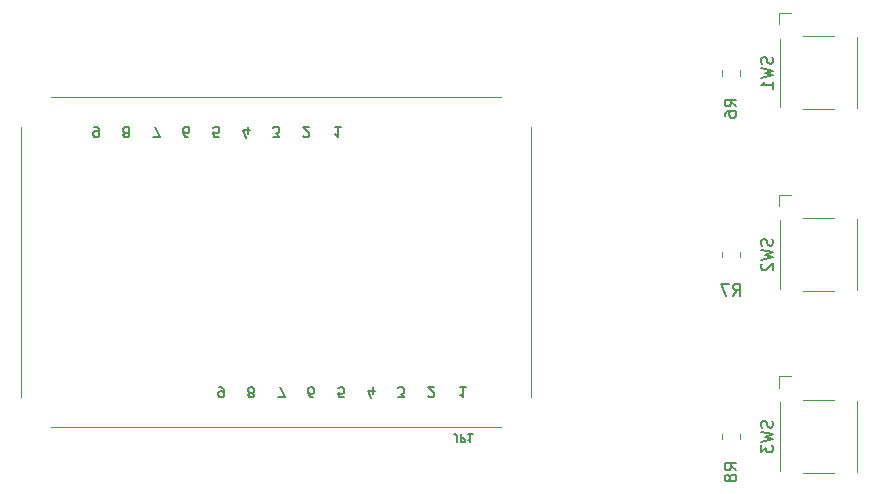
<source format=gbo>
%TF.GenerationSoftware,KiCad,Pcbnew,9.0.4*%
%TF.CreationDate,2025-11-02T13:41:35-05:00*%
%TF.ProjectId,C3I_TETRIS,4333495f-5445-4545-9249-532e6b696361,rev?*%
%TF.SameCoordinates,Original*%
%TF.FileFunction,Legend,Bot*%
%TF.FilePolarity,Positive*%
%FSLAX46Y46*%
G04 Gerber Fmt 4.6, Leading zero omitted, Abs format (unit mm)*
G04 Created by KiCad (PCBNEW 9.0.4) date 2025-11-02 13:41:35*
%MOMM*%
%LPD*%
G01*
G04 APERTURE LIST*
%ADD10C,0.050000*%
%ADD11C,0.132080*%
%ADD12C,0.146304*%
%ADD13C,0.150000*%
%ADD14C,0.120000*%
G04 APERTURE END LIST*
D10*
X121090000Y-109070000D02*
X159190000Y-109070000D01*
X118550000Y-83670000D02*
X118550000Y-106530000D01*
X161730000Y-106530000D02*
X161730000Y-83670000D01*
X159190000Y-81130000D02*
X121090000Y-81130000D01*
D11*
X142427451Y-84448687D02*
X142469543Y-84490779D01*
X142469543Y-84490779D02*
X142553726Y-84532870D01*
X142553726Y-84532870D02*
X142764183Y-84532870D01*
X142764183Y-84532870D02*
X142848366Y-84490779D01*
X142848366Y-84490779D02*
X142890457Y-84448687D01*
X142890457Y-84448687D02*
X142932548Y-84364504D01*
X142932548Y-84364504D02*
X142932548Y-84280322D01*
X142932548Y-84280322D02*
X142890457Y-84154047D01*
X142890457Y-84154047D02*
X142385360Y-83648950D01*
X142385360Y-83648950D02*
X142932548Y-83648950D01*
X135270457Y-84532870D02*
X134849543Y-84532870D01*
X134849543Y-84532870D02*
X134807451Y-84111956D01*
X134807451Y-84111956D02*
X134849543Y-84154047D01*
X134849543Y-84154047D02*
X134933726Y-84196139D01*
X134933726Y-84196139D02*
X135144183Y-84196139D01*
X135144183Y-84196139D02*
X135228366Y-84154047D01*
X135228366Y-84154047D02*
X135270457Y-84111956D01*
X135270457Y-84111956D02*
X135312548Y-84027773D01*
X135312548Y-84027773D02*
X135312548Y-83817316D01*
X135312548Y-83817316D02*
X135270457Y-83733133D01*
X135270457Y-83733133D02*
X135228366Y-83691042D01*
X135228366Y-83691042D02*
X135144183Y-83648950D01*
X135144183Y-83648950D02*
X134933726Y-83648950D01*
X134933726Y-83648950D02*
X134849543Y-83691042D01*
X134849543Y-83691042D02*
X134807451Y-83733133D01*
X124731634Y-83648950D02*
X124900000Y-83648950D01*
X124900000Y-83648950D02*
X124984183Y-83691042D01*
X124984183Y-83691042D02*
X125026274Y-83733133D01*
X125026274Y-83733133D02*
X125110457Y-83859407D01*
X125110457Y-83859407D02*
X125152548Y-84027773D01*
X125152548Y-84027773D02*
X125152548Y-84364504D01*
X125152548Y-84364504D02*
X125110457Y-84448687D01*
X125110457Y-84448687D02*
X125068366Y-84490779D01*
X125068366Y-84490779D02*
X124984183Y-84532870D01*
X124984183Y-84532870D02*
X124815817Y-84532870D01*
X124815817Y-84532870D02*
X124731634Y-84490779D01*
X124731634Y-84490779D02*
X124689543Y-84448687D01*
X124689543Y-84448687D02*
X124647451Y-84364504D01*
X124647451Y-84364504D02*
X124647451Y-84154047D01*
X124647451Y-84154047D02*
X124689543Y-84069864D01*
X124689543Y-84069864D02*
X124731634Y-84027773D01*
X124731634Y-84027773D02*
X124815817Y-83985682D01*
X124815817Y-83985682D02*
X124984183Y-83985682D01*
X124984183Y-83985682D02*
X125068366Y-84027773D01*
X125068366Y-84027773D02*
X125110457Y-84069864D01*
X125110457Y-84069864D02*
X125152548Y-84154047D01*
X139845360Y-84532870D02*
X140392548Y-84532870D01*
X140392548Y-84532870D02*
X140097908Y-84196139D01*
X140097908Y-84196139D02*
X140224183Y-84196139D01*
X140224183Y-84196139D02*
X140308366Y-84154047D01*
X140308366Y-84154047D02*
X140350457Y-84111956D01*
X140350457Y-84111956D02*
X140392548Y-84027773D01*
X140392548Y-84027773D02*
X140392548Y-83817316D01*
X140392548Y-83817316D02*
X140350457Y-83733133D01*
X140350457Y-83733133D02*
X140308366Y-83691042D01*
X140308366Y-83691042D02*
X140224183Y-83648950D01*
X140224183Y-83648950D02*
X139971634Y-83648950D01*
X139971634Y-83648950D02*
X139887451Y-83691042D01*
X139887451Y-83691042D02*
X139845360Y-83733133D01*
X129685360Y-84532870D02*
X130274640Y-84532870D01*
X130274640Y-84532870D02*
X129895817Y-83648950D01*
X135312734Y-105701550D02*
X135481100Y-105701550D01*
X135481100Y-105701550D02*
X135565283Y-105743642D01*
X135565283Y-105743642D02*
X135607374Y-105785733D01*
X135607374Y-105785733D02*
X135691557Y-105912007D01*
X135691557Y-105912007D02*
X135733648Y-106080373D01*
X135733648Y-106080373D02*
X135733648Y-106417104D01*
X135733648Y-106417104D02*
X135691557Y-106501287D01*
X135691557Y-106501287D02*
X135649466Y-106543379D01*
X135649466Y-106543379D02*
X135565283Y-106585470D01*
X135565283Y-106585470D02*
X135396917Y-106585470D01*
X135396917Y-106585470D02*
X135312734Y-106543379D01*
X135312734Y-106543379D02*
X135270643Y-106501287D01*
X135270643Y-106501287D02*
X135228551Y-106417104D01*
X135228551Y-106417104D02*
X135228551Y-106206647D01*
X135228551Y-106206647D02*
X135270643Y-106122464D01*
X135270643Y-106122464D02*
X135312734Y-106080373D01*
X135312734Y-106080373D02*
X135396917Y-106038282D01*
X135396917Y-106038282D02*
X135565283Y-106038282D01*
X135565283Y-106038282D02*
X135649466Y-106080373D01*
X135649466Y-106080373D02*
X135691557Y-106122464D01*
X135691557Y-106122464D02*
X135733648Y-106206647D01*
X140266460Y-106585470D02*
X140855740Y-106585470D01*
X140855740Y-106585470D02*
X140476917Y-105701550D01*
X148349466Y-106290830D02*
X148349466Y-105701550D01*
X148139008Y-106627562D02*
X147928551Y-105996190D01*
X147928551Y-105996190D02*
X148475740Y-105996190D01*
X132688366Y-84532870D02*
X132520000Y-84532870D01*
X132520000Y-84532870D02*
X132435817Y-84490779D01*
X132435817Y-84490779D02*
X132393726Y-84448687D01*
X132393726Y-84448687D02*
X132309543Y-84322413D01*
X132309543Y-84322413D02*
X132267451Y-84154047D01*
X132267451Y-84154047D02*
X132267451Y-83817316D01*
X132267451Y-83817316D02*
X132309543Y-83733133D01*
X132309543Y-83733133D02*
X132351634Y-83691042D01*
X132351634Y-83691042D02*
X132435817Y-83648950D01*
X132435817Y-83648950D02*
X132604183Y-83648950D01*
X132604183Y-83648950D02*
X132688366Y-83691042D01*
X132688366Y-83691042D02*
X132730457Y-83733133D01*
X132730457Y-83733133D02*
X132772548Y-83817316D01*
X132772548Y-83817316D02*
X132772548Y-84027773D01*
X132772548Y-84027773D02*
X132730457Y-84111956D01*
X132730457Y-84111956D02*
X132688366Y-84154047D01*
X132688366Y-84154047D02*
X132604183Y-84196139D01*
X132604183Y-84196139D02*
X132435817Y-84196139D01*
X132435817Y-84196139D02*
X132351634Y-84154047D01*
X132351634Y-84154047D02*
X132309543Y-84111956D01*
X132309543Y-84111956D02*
X132267451Y-84027773D01*
X145599548Y-83648950D02*
X145094451Y-83648950D01*
X145347000Y-83648950D02*
X145347000Y-84532870D01*
X145347000Y-84532870D02*
X145262817Y-84406596D01*
X145262817Y-84406596D02*
X145178634Y-84322413D01*
X145178634Y-84322413D02*
X145094451Y-84280322D01*
X127355817Y-84154047D02*
X127271634Y-84196139D01*
X127271634Y-84196139D02*
X127229543Y-84238230D01*
X127229543Y-84238230D02*
X127187451Y-84322413D01*
X127187451Y-84322413D02*
X127187451Y-84364504D01*
X127187451Y-84364504D02*
X127229543Y-84448687D01*
X127229543Y-84448687D02*
X127271634Y-84490779D01*
X127271634Y-84490779D02*
X127355817Y-84532870D01*
X127355817Y-84532870D02*
X127524183Y-84532870D01*
X127524183Y-84532870D02*
X127608366Y-84490779D01*
X127608366Y-84490779D02*
X127650457Y-84448687D01*
X127650457Y-84448687D02*
X127692548Y-84364504D01*
X127692548Y-84364504D02*
X127692548Y-84322413D01*
X127692548Y-84322413D02*
X127650457Y-84238230D01*
X127650457Y-84238230D02*
X127608366Y-84196139D01*
X127608366Y-84196139D02*
X127524183Y-84154047D01*
X127524183Y-84154047D02*
X127355817Y-84154047D01*
X127355817Y-84154047D02*
X127271634Y-84111956D01*
X127271634Y-84111956D02*
X127229543Y-84069864D01*
X127229543Y-84069864D02*
X127187451Y-83985682D01*
X127187451Y-83985682D02*
X127187451Y-83817316D01*
X127187451Y-83817316D02*
X127229543Y-83733133D01*
X127229543Y-83733133D02*
X127271634Y-83691042D01*
X127271634Y-83691042D02*
X127355817Y-83648950D01*
X127355817Y-83648950D02*
X127524183Y-83648950D01*
X127524183Y-83648950D02*
X127608366Y-83691042D01*
X127608366Y-83691042D02*
X127650457Y-83733133D01*
X127650457Y-83733133D02*
X127692548Y-83817316D01*
X127692548Y-83817316D02*
X127692548Y-83985682D01*
X127692548Y-83985682D02*
X127650457Y-84069864D01*
X127650457Y-84069864D02*
X127608366Y-84111956D01*
X127608366Y-84111956D02*
X127524183Y-84154047D01*
X145851557Y-106585470D02*
X145430643Y-106585470D01*
X145430643Y-106585470D02*
X145388551Y-106164556D01*
X145388551Y-106164556D02*
X145430643Y-106206647D01*
X145430643Y-106206647D02*
X145514826Y-106248739D01*
X145514826Y-106248739D02*
X145725283Y-106248739D01*
X145725283Y-106248739D02*
X145809466Y-106206647D01*
X145809466Y-106206647D02*
X145851557Y-106164556D01*
X145851557Y-106164556D02*
X145893648Y-106080373D01*
X145893648Y-106080373D02*
X145893648Y-105869916D01*
X145893648Y-105869916D02*
X145851557Y-105785733D01*
X145851557Y-105785733D02*
X145809466Y-105743642D01*
X145809466Y-105743642D02*
X145725283Y-105701550D01*
X145725283Y-105701550D02*
X145514826Y-105701550D01*
X145514826Y-105701550D02*
X145430643Y-105743642D01*
X145430643Y-105743642D02*
X145388551Y-105785733D01*
X137936917Y-106206647D02*
X137852734Y-106248739D01*
X137852734Y-106248739D02*
X137810643Y-106290830D01*
X137810643Y-106290830D02*
X137768551Y-106375013D01*
X137768551Y-106375013D02*
X137768551Y-106417104D01*
X137768551Y-106417104D02*
X137810643Y-106501287D01*
X137810643Y-106501287D02*
X137852734Y-106543379D01*
X137852734Y-106543379D02*
X137936917Y-106585470D01*
X137936917Y-106585470D02*
X138105283Y-106585470D01*
X138105283Y-106585470D02*
X138189466Y-106543379D01*
X138189466Y-106543379D02*
X138231557Y-106501287D01*
X138231557Y-106501287D02*
X138273648Y-106417104D01*
X138273648Y-106417104D02*
X138273648Y-106375013D01*
X138273648Y-106375013D02*
X138231557Y-106290830D01*
X138231557Y-106290830D02*
X138189466Y-106248739D01*
X138189466Y-106248739D02*
X138105283Y-106206647D01*
X138105283Y-106206647D02*
X137936917Y-106206647D01*
X137936917Y-106206647D02*
X137852734Y-106164556D01*
X137852734Y-106164556D02*
X137810643Y-106122464D01*
X137810643Y-106122464D02*
X137768551Y-106038282D01*
X137768551Y-106038282D02*
X137768551Y-105869916D01*
X137768551Y-105869916D02*
X137810643Y-105785733D01*
X137810643Y-105785733D02*
X137852734Y-105743642D01*
X137852734Y-105743642D02*
X137936917Y-105701550D01*
X137936917Y-105701550D02*
X138105283Y-105701550D01*
X138105283Y-105701550D02*
X138189466Y-105743642D01*
X138189466Y-105743642D02*
X138231557Y-105785733D01*
X138231557Y-105785733D02*
X138273648Y-105869916D01*
X138273648Y-105869916D02*
X138273648Y-106038282D01*
X138273648Y-106038282D02*
X138231557Y-106122464D01*
X138231557Y-106122464D02*
X138189466Y-106164556D01*
X138189466Y-106164556D02*
X138105283Y-106206647D01*
X150426460Y-106585470D02*
X150973648Y-106585470D01*
X150973648Y-106585470D02*
X150679008Y-106248739D01*
X150679008Y-106248739D02*
X150805283Y-106248739D01*
X150805283Y-106248739D02*
X150889466Y-106206647D01*
X150889466Y-106206647D02*
X150931557Y-106164556D01*
X150931557Y-106164556D02*
X150973648Y-106080373D01*
X150973648Y-106080373D02*
X150973648Y-105869916D01*
X150973648Y-105869916D02*
X150931557Y-105785733D01*
X150931557Y-105785733D02*
X150889466Y-105743642D01*
X150889466Y-105743642D02*
X150805283Y-105701550D01*
X150805283Y-105701550D02*
X150552734Y-105701550D01*
X150552734Y-105701550D02*
X150468551Y-105743642D01*
X150468551Y-105743642D02*
X150426460Y-105785733D01*
X137768366Y-84238230D02*
X137768366Y-83648950D01*
X137557908Y-84574962D02*
X137347451Y-83943590D01*
X137347451Y-83943590D02*
X137894640Y-83943590D01*
X153008551Y-106501287D02*
X153050643Y-106543379D01*
X153050643Y-106543379D02*
X153134826Y-106585470D01*
X153134826Y-106585470D02*
X153345283Y-106585470D01*
X153345283Y-106585470D02*
X153429466Y-106543379D01*
X153429466Y-106543379D02*
X153471557Y-106501287D01*
X153471557Y-106501287D02*
X153513648Y-106417104D01*
X153513648Y-106417104D02*
X153513648Y-106332922D01*
X153513648Y-106332922D02*
X153471557Y-106206647D01*
X153471557Y-106206647D02*
X152966460Y-105701550D01*
X152966460Y-105701550D02*
X153513648Y-105701550D01*
X143269466Y-106585470D02*
X143101100Y-106585470D01*
X143101100Y-106585470D02*
X143016917Y-106543379D01*
X143016917Y-106543379D02*
X142974826Y-106501287D01*
X142974826Y-106501287D02*
X142890643Y-106375013D01*
X142890643Y-106375013D02*
X142848551Y-106206647D01*
X142848551Y-106206647D02*
X142848551Y-105869916D01*
X142848551Y-105869916D02*
X142890643Y-105785733D01*
X142890643Y-105785733D02*
X142932734Y-105743642D01*
X142932734Y-105743642D02*
X143016917Y-105701550D01*
X143016917Y-105701550D02*
X143185283Y-105701550D01*
X143185283Y-105701550D02*
X143269466Y-105743642D01*
X143269466Y-105743642D02*
X143311557Y-105785733D01*
X143311557Y-105785733D02*
X143353648Y-105869916D01*
X143353648Y-105869916D02*
X143353648Y-106080373D01*
X143353648Y-106080373D02*
X143311557Y-106164556D01*
X143311557Y-106164556D02*
X143269466Y-106206647D01*
X143269466Y-106206647D02*
X143185283Y-106248739D01*
X143185283Y-106248739D02*
X143016917Y-106248739D01*
X143016917Y-106248739D02*
X142932734Y-106206647D01*
X142932734Y-106206647D02*
X142890643Y-106164556D01*
X142890643Y-106164556D02*
X142848551Y-106080373D01*
X156180648Y-105701550D02*
X155675551Y-105701550D01*
X155928100Y-105701550D02*
X155928100Y-106585470D01*
X155928100Y-106585470D02*
X155843917Y-106459196D01*
X155843917Y-106459196D02*
X155759734Y-106375013D01*
X155759734Y-106375013D02*
X155675551Y-106332922D01*
D12*
X155445368Y-110384470D02*
X155445368Y-109908401D01*
X155445368Y-109908401D02*
X155413631Y-109813187D01*
X155413631Y-109813187D02*
X155350155Y-109749712D01*
X155350155Y-109749712D02*
X155254941Y-109717974D01*
X155254941Y-109717974D02*
X155191465Y-109717974D01*
X155762747Y-109717974D02*
X155762747Y-110384470D01*
X155762747Y-110384470D02*
X156016650Y-110384470D01*
X156016650Y-110384470D02*
X156080126Y-110352732D01*
X156080126Y-110352732D02*
X156111864Y-110320994D01*
X156111864Y-110320994D02*
X156143602Y-110257518D01*
X156143602Y-110257518D02*
X156143602Y-110162304D01*
X156143602Y-110162304D02*
X156111864Y-110098828D01*
X156111864Y-110098828D02*
X156080126Y-110067091D01*
X156080126Y-110067091D02*
X156016650Y-110035353D01*
X156016650Y-110035353D02*
X155762747Y-110035353D01*
X156778360Y-109717974D02*
X156397505Y-109717974D01*
X156587933Y-109717974D02*
X156587933Y-110384470D01*
X156587933Y-110384470D02*
X156524457Y-110289256D01*
X156524457Y-110289256D02*
X156460981Y-110225780D01*
X156460981Y-110225780D02*
X156397505Y-110194042D01*
D13*
X182157200Y-93166667D02*
X182204819Y-93309524D01*
X182204819Y-93309524D02*
X182204819Y-93547619D01*
X182204819Y-93547619D02*
X182157200Y-93642857D01*
X182157200Y-93642857D02*
X182109580Y-93690476D01*
X182109580Y-93690476D02*
X182014342Y-93738095D01*
X182014342Y-93738095D02*
X181919104Y-93738095D01*
X181919104Y-93738095D02*
X181823866Y-93690476D01*
X181823866Y-93690476D02*
X181776247Y-93642857D01*
X181776247Y-93642857D02*
X181728628Y-93547619D01*
X181728628Y-93547619D02*
X181681009Y-93357143D01*
X181681009Y-93357143D02*
X181633390Y-93261905D01*
X181633390Y-93261905D02*
X181585771Y-93214286D01*
X181585771Y-93214286D02*
X181490533Y-93166667D01*
X181490533Y-93166667D02*
X181395295Y-93166667D01*
X181395295Y-93166667D02*
X181300057Y-93214286D01*
X181300057Y-93214286D02*
X181252438Y-93261905D01*
X181252438Y-93261905D02*
X181204819Y-93357143D01*
X181204819Y-93357143D02*
X181204819Y-93595238D01*
X181204819Y-93595238D02*
X181252438Y-93738095D01*
X181204819Y-94071429D02*
X182204819Y-94309524D01*
X182204819Y-94309524D02*
X181490533Y-94500000D01*
X181490533Y-94500000D02*
X182204819Y-94690476D01*
X182204819Y-94690476D02*
X181204819Y-94928572D01*
X181300057Y-95261905D02*
X181252438Y-95309524D01*
X181252438Y-95309524D02*
X181204819Y-95404762D01*
X181204819Y-95404762D02*
X181204819Y-95642857D01*
X181204819Y-95642857D02*
X181252438Y-95738095D01*
X181252438Y-95738095D02*
X181300057Y-95785714D01*
X181300057Y-95785714D02*
X181395295Y-95833333D01*
X181395295Y-95833333D02*
X181490533Y-95833333D01*
X181490533Y-95833333D02*
X181633390Y-95785714D01*
X181633390Y-95785714D02*
X182204819Y-95214286D01*
X182204819Y-95214286D02*
X182204819Y-95833333D01*
X179104819Y-81933333D02*
X178628628Y-81600000D01*
X179104819Y-81361905D02*
X178104819Y-81361905D01*
X178104819Y-81361905D02*
X178104819Y-81742857D01*
X178104819Y-81742857D02*
X178152438Y-81838095D01*
X178152438Y-81838095D02*
X178200057Y-81885714D01*
X178200057Y-81885714D02*
X178295295Y-81933333D01*
X178295295Y-81933333D02*
X178438152Y-81933333D01*
X178438152Y-81933333D02*
X178533390Y-81885714D01*
X178533390Y-81885714D02*
X178581009Y-81838095D01*
X178581009Y-81838095D02*
X178628628Y-81742857D01*
X178628628Y-81742857D02*
X178628628Y-81361905D01*
X178104819Y-82790476D02*
X178104819Y-82600000D01*
X178104819Y-82600000D02*
X178152438Y-82504762D01*
X178152438Y-82504762D02*
X178200057Y-82457143D01*
X178200057Y-82457143D02*
X178342914Y-82361905D01*
X178342914Y-82361905D02*
X178533390Y-82314286D01*
X178533390Y-82314286D02*
X178914342Y-82314286D01*
X178914342Y-82314286D02*
X179009580Y-82361905D01*
X179009580Y-82361905D02*
X179057200Y-82409524D01*
X179057200Y-82409524D02*
X179104819Y-82504762D01*
X179104819Y-82504762D02*
X179104819Y-82695238D01*
X179104819Y-82695238D02*
X179057200Y-82790476D01*
X179057200Y-82790476D02*
X179009580Y-82838095D01*
X179009580Y-82838095D02*
X178914342Y-82885714D01*
X178914342Y-82885714D02*
X178676247Y-82885714D01*
X178676247Y-82885714D02*
X178581009Y-82838095D01*
X178581009Y-82838095D02*
X178533390Y-82790476D01*
X178533390Y-82790476D02*
X178485771Y-82695238D01*
X178485771Y-82695238D02*
X178485771Y-82504762D01*
X178485771Y-82504762D02*
X178533390Y-82409524D01*
X178533390Y-82409524D02*
X178581009Y-82361905D01*
X178581009Y-82361905D02*
X178676247Y-82314286D01*
X179104819Y-112733333D02*
X178628628Y-112400000D01*
X179104819Y-112161905D02*
X178104819Y-112161905D01*
X178104819Y-112161905D02*
X178104819Y-112542857D01*
X178104819Y-112542857D02*
X178152438Y-112638095D01*
X178152438Y-112638095D02*
X178200057Y-112685714D01*
X178200057Y-112685714D02*
X178295295Y-112733333D01*
X178295295Y-112733333D02*
X178438152Y-112733333D01*
X178438152Y-112733333D02*
X178533390Y-112685714D01*
X178533390Y-112685714D02*
X178581009Y-112638095D01*
X178581009Y-112638095D02*
X178628628Y-112542857D01*
X178628628Y-112542857D02*
X178628628Y-112161905D01*
X178533390Y-113304762D02*
X178485771Y-113209524D01*
X178485771Y-113209524D02*
X178438152Y-113161905D01*
X178438152Y-113161905D02*
X178342914Y-113114286D01*
X178342914Y-113114286D02*
X178295295Y-113114286D01*
X178295295Y-113114286D02*
X178200057Y-113161905D01*
X178200057Y-113161905D02*
X178152438Y-113209524D01*
X178152438Y-113209524D02*
X178104819Y-113304762D01*
X178104819Y-113304762D02*
X178104819Y-113495238D01*
X178104819Y-113495238D02*
X178152438Y-113590476D01*
X178152438Y-113590476D02*
X178200057Y-113638095D01*
X178200057Y-113638095D02*
X178295295Y-113685714D01*
X178295295Y-113685714D02*
X178342914Y-113685714D01*
X178342914Y-113685714D02*
X178438152Y-113638095D01*
X178438152Y-113638095D02*
X178485771Y-113590476D01*
X178485771Y-113590476D02*
X178533390Y-113495238D01*
X178533390Y-113495238D02*
X178533390Y-113304762D01*
X178533390Y-113304762D02*
X178581009Y-113209524D01*
X178581009Y-113209524D02*
X178628628Y-113161905D01*
X178628628Y-113161905D02*
X178723866Y-113114286D01*
X178723866Y-113114286D02*
X178914342Y-113114286D01*
X178914342Y-113114286D02*
X179009580Y-113161905D01*
X179009580Y-113161905D02*
X179057200Y-113209524D01*
X179057200Y-113209524D02*
X179104819Y-113304762D01*
X179104819Y-113304762D02*
X179104819Y-113495238D01*
X179104819Y-113495238D02*
X179057200Y-113590476D01*
X179057200Y-113590476D02*
X179009580Y-113638095D01*
X179009580Y-113638095D02*
X178914342Y-113685714D01*
X178914342Y-113685714D02*
X178723866Y-113685714D01*
X178723866Y-113685714D02*
X178628628Y-113638095D01*
X178628628Y-113638095D02*
X178581009Y-113590476D01*
X178581009Y-113590476D02*
X178533390Y-113495238D01*
X178816666Y-97954819D02*
X179149999Y-97478628D01*
X179388094Y-97954819D02*
X179388094Y-96954819D01*
X179388094Y-96954819D02*
X179007142Y-96954819D01*
X179007142Y-96954819D02*
X178911904Y-97002438D01*
X178911904Y-97002438D02*
X178864285Y-97050057D01*
X178864285Y-97050057D02*
X178816666Y-97145295D01*
X178816666Y-97145295D02*
X178816666Y-97288152D01*
X178816666Y-97288152D02*
X178864285Y-97383390D01*
X178864285Y-97383390D02*
X178911904Y-97431009D01*
X178911904Y-97431009D02*
X179007142Y-97478628D01*
X179007142Y-97478628D02*
X179388094Y-97478628D01*
X178483332Y-96954819D02*
X177816666Y-96954819D01*
X177816666Y-96954819D02*
X178245237Y-97954819D01*
X182157200Y-108566667D02*
X182204819Y-108709524D01*
X182204819Y-108709524D02*
X182204819Y-108947619D01*
X182204819Y-108947619D02*
X182157200Y-109042857D01*
X182157200Y-109042857D02*
X182109580Y-109090476D01*
X182109580Y-109090476D02*
X182014342Y-109138095D01*
X182014342Y-109138095D02*
X181919104Y-109138095D01*
X181919104Y-109138095D02*
X181823866Y-109090476D01*
X181823866Y-109090476D02*
X181776247Y-109042857D01*
X181776247Y-109042857D02*
X181728628Y-108947619D01*
X181728628Y-108947619D02*
X181681009Y-108757143D01*
X181681009Y-108757143D02*
X181633390Y-108661905D01*
X181633390Y-108661905D02*
X181585771Y-108614286D01*
X181585771Y-108614286D02*
X181490533Y-108566667D01*
X181490533Y-108566667D02*
X181395295Y-108566667D01*
X181395295Y-108566667D02*
X181300057Y-108614286D01*
X181300057Y-108614286D02*
X181252438Y-108661905D01*
X181252438Y-108661905D02*
X181204819Y-108757143D01*
X181204819Y-108757143D02*
X181204819Y-108995238D01*
X181204819Y-108995238D02*
X181252438Y-109138095D01*
X181204819Y-109471429D02*
X182204819Y-109709524D01*
X182204819Y-109709524D02*
X181490533Y-109900000D01*
X181490533Y-109900000D02*
X182204819Y-110090476D01*
X182204819Y-110090476D02*
X181204819Y-110328572D01*
X181204819Y-110614286D02*
X181204819Y-111233333D01*
X181204819Y-111233333D02*
X181585771Y-110900000D01*
X181585771Y-110900000D02*
X181585771Y-111042857D01*
X181585771Y-111042857D02*
X181633390Y-111138095D01*
X181633390Y-111138095D02*
X181681009Y-111185714D01*
X181681009Y-111185714D02*
X181776247Y-111233333D01*
X181776247Y-111233333D02*
X182014342Y-111233333D01*
X182014342Y-111233333D02*
X182109580Y-111185714D01*
X182109580Y-111185714D02*
X182157200Y-111138095D01*
X182157200Y-111138095D02*
X182204819Y-111042857D01*
X182204819Y-111042857D02*
X182204819Y-110757143D01*
X182204819Y-110757143D02*
X182157200Y-110661905D01*
X182157200Y-110661905D02*
X182109580Y-110614286D01*
X182157200Y-77766667D02*
X182204819Y-77909524D01*
X182204819Y-77909524D02*
X182204819Y-78147619D01*
X182204819Y-78147619D02*
X182157200Y-78242857D01*
X182157200Y-78242857D02*
X182109580Y-78290476D01*
X182109580Y-78290476D02*
X182014342Y-78338095D01*
X182014342Y-78338095D02*
X181919104Y-78338095D01*
X181919104Y-78338095D02*
X181823866Y-78290476D01*
X181823866Y-78290476D02*
X181776247Y-78242857D01*
X181776247Y-78242857D02*
X181728628Y-78147619D01*
X181728628Y-78147619D02*
X181681009Y-77957143D01*
X181681009Y-77957143D02*
X181633390Y-77861905D01*
X181633390Y-77861905D02*
X181585771Y-77814286D01*
X181585771Y-77814286D02*
X181490533Y-77766667D01*
X181490533Y-77766667D02*
X181395295Y-77766667D01*
X181395295Y-77766667D02*
X181300057Y-77814286D01*
X181300057Y-77814286D02*
X181252438Y-77861905D01*
X181252438Y-77861905D02*
X181204819Y-77957143D01*
X181204819Y-77957143D02*
X181204819Y-78195238D01*
X181204819Y-78195238D02*
X181252438Y-78338095D01*
X181204819Y-78671429D02*
X182204819Y-78909524D01*
X182204819Y-78909524D02*
X181490533Y-79100000D01*
X181490533Y-79100000D02*
X182204819Y-79290476D01*
X182204819Y-79290476D02*
X181204819Y-79528572D01*
X182204819Y-80433333D02*
X182204819Y-79861905D01*
X182204819Y-80147619D02*
X181204819Y-80147619D01*
X181204819Y-80147619D02*
X181347676Y-80052381D01*
X181347676Y-80052381D02*
X181442914Y-79957143D01*
X181442914Y-79957143D02*
X181490533Y-79861905D01*
D14*
%TO.C,SW2*%
X182750000Y-89400000D02*
X182750000Y-90400000D01*
X182800000Y-97400000D02*
X182800000Y-91600000D01*
X183750000Y-89400000D02*
X182750000Y-89400000D01*
X184750000Y-91400000D02*
X187350000Y-91400000D01*
X184750000Y-97600000D02*
X187350000Y-97600000D01*
X189300000Y-97500000D02*
X189300000Y-91500000D01*
%TO.C,R6*%
X177915000Y-78872936D02*
X177915000Y-79327064D01*
X179385000Y-78872936D02*
X179385000Y-79327064D01*
%TO.C,R8*%
X177915000Y-109672936D02*
X177915000Y-110127064D01*
X179385000Y-109672936D02*
X179385000Y-110127064D01*
%TO.C,R7*%
X177915000Y-94272936D02*
X177915000Y-94727064D01*
X179385000Y-94272936D02*
X179385000Y-94727064D01*
%TO.C,SW3*%
X182750000Y-104800000D02*
X182750000Y-105800000D01*
X182800000Y-112800000D02*
X182800000Y-107000000D01*
X183750000Y-104800000D02*
X182750000Y-104800000D01*
X184750000Y-106800000D02*
X187350000Y-106800000D01*
X184750000Y-113000000D02*
X187350000Y-113000000D01*
X189300000Y-112900000D02*
X189300000Y-106900000D01*
%TO.C,SW1*%
X182750000Y-74000000D02*
X182750000Y-75000000D01*
X182800000Y-82000000D02*
X182800000Y-76200000D01*
X183750000Y-74000000D02*
X182750000Y-74000000D01*
X184750000Y-76000000D02*
X187350000Y-76000000D01*
X184750000Y-82200000D02*
X187350000Y-82200000D01*
X189300000Y-82100000D02*
X189300000Y-76100000D01*
%TD*%
M02*

</source>
